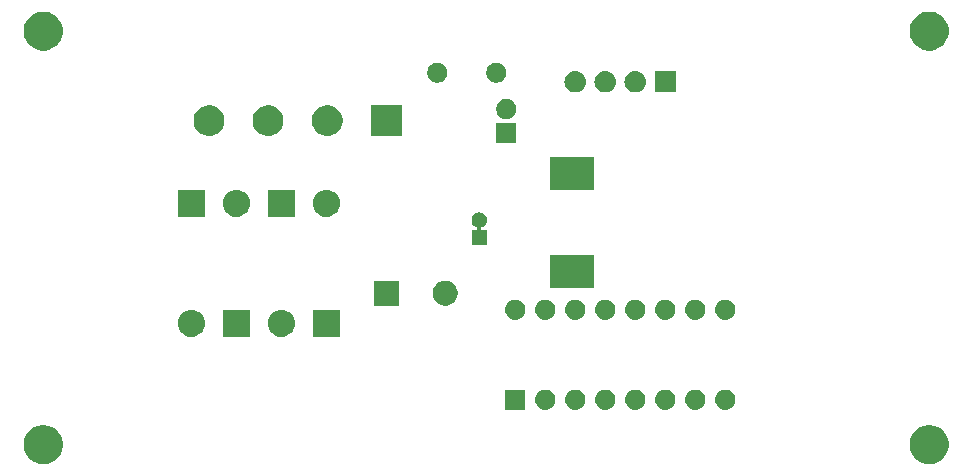
<source format=gbr>
G04 #@! TF.GenerationSoftware,KiCad,Pcbnew,5.1.2*
G04 #@! TF.CreationDate,2019-06-21T23:56:50+01:00*
G04 #@! TF.ProjectId,garage_receiver,67617261-6765-45f7-9265-636569766572,rev?*
G04 #@! TF.SameCoordinates,Original*
G04 #@! TF.FileFunction,Soldermask,Bot*
G04 #@! TF.FilePolarity,Negative*
%FSLAX46Y46*%
G04 Gerber Fmt 4.6, Leading zero omitted, Abs format (unit mm)*
G04 Created by KiCad (PCBNEW 5.1.2) date 2019-06-21 23:56:50*
%MOMM*%
%LPD*%
G04 APERTURE LIST*
%ADD10C,0.100000*%
G04 APERTURE END LIST*
D10*
G36*
X253857256Y-115607298D02*
G01*
X253963579Y-115628447D01*
X254264042Y-115752903D01*
X254534451Y-115933585D01*
X254764415Y-116163549D01*
X254945097Y-116433958D01*
X255069553Y-116734421D01*
X255133000Y-117053391D01*
X255133000Y-117378609D01*
X255069553Y-117697579D01*
X254945097Y-117998042D01*
X254764415Y-118268451D01*
X254534451Y-118498415D01*
X254264042Y-118679097D01*
X253963579Y-118803553D01*
X253857256Y-118824702D01*
X253644611Y-118867000D01*
X253319389Y-118867000D01*
X253106744Y-118824702D01*
X253000421Y-118803553D01*
X252699958Y-118679097D01*
X252429549Y-118498415D01*
X252199585Y-118268451D01*
X252018903Y-117998042D01*
X251894447Y-117697579D01*
X251831000Y-117378609D01*
X251831000Y-117053391D01*
X251894447Y-116734421D01*
X252018903Y-116433958D01*
X252199585Y-116163549D01*
X252429549Y-115933585D01*
X252699958Y-115752903D01*
X253000421Y-115628447D01*
X253106744Y-115607298D01*
X253319389Y-115565000D01*
X253644611Y-115565000D01*
X253857256Y-115607298D01*
X253857256Y-115607298D01*
G37*
G36*
X178857256Y-115607298D02*
G01*
X178963579Y-115628447D01*
X179264042Y-115752903D01*
X179534451Y-115933585D01*
X179764415Y-116163549D01*
X179945097Y-116433958D01*
X180069553Y-116734421D01*
X180133000Y-117053391D01*
X180133000Y-117378609D01*
X180069553Y-117697579D01*
X179945097Y-117998042D01*
X179764415Y-118268451D01*
X179534451Y-118498415D01*
X179264042Y-118679097D01*
X178963579Y-118803553D01*
X178857256Y-118824702D01*
X178644611Y-118867000D01*
X178319389Y-118867000D01*
X178106744Y-118824702D01*
X178000421Y-118803553D01*
X177699958Y-118679097D01*
X177429549Y-118498415D01*
X177199585Y-118268451D01*
X177018903Y-117998042D01*
X176894447Y-117697579D01*
X176831000Y-117378609D01*
X176831000Y-117053391D01*
X176894447Y-116734421D01*
X177018903Y-116433958D01*
X177199585Y-116163549D01*
X177429549Y-115933585D01*
X177699958Y-115752903D01*
X178000421Y-115628447D01*
X178106744Y-115607298D01*
X178319389Y-115565000D01*
X178644611Y-115565000D01*
X178857256Y-115607298D01*
X178857256Y-115607298D01*
G37*
G36*
X233846823Y-112572313D02*
G01*
X234007242Y-112620976D01*
X234139906Y-112691886D01*
X234155078Y-112699996D01*
X234284659Y-112806341D01*
X234391004Y-112935922D01*
X234391005Y-112935924D01*
X234470024Y-113083758D01*
X234518687Y-113244177D01*
X234535117Y-113411000D01*
X234518687Y-113577823D01*
X234470024Y-113738242D01*
X234399114Y-113870906D01*
X234391004Y-113886078D01*
X234284659Y-114015659D01*
X234155078Y-114122004D01*
X234155076Y-114122005D01*
X234007242Y-114201024D01*
X233846823Y-114249687D01*
X233721804Y-114262000D01*
X233638196Y-114262000D01*
X233513177Y-114249687D01*
X233352758Y-114201024D01*
X233204924Y-114122005D01*
X233204922Y-114122004D01*
X233075341Y-114015659D01*
X232968996Y-113886078D01*
X232960886Y-113870906D01*
X232889976Y-113738242D01*
X232841313Y-113577823D01*
X232824883Y-113411000D01*
X232841313Y-113244177D01*
X232889976Y-113083758D01*
X232968995Y-112935924D01*
X232968996Y-112935922D01*
X233075341Y-112806341D01*
X233204922Y-112699996D01*
X233220094Y-112691886D01*
X233352758Y-112620976D01*
X233513177Y-112572313D01*
X233638196Y-112560000D01*
X233721804Y-112560000D01*
X233846823Y-112572313D01*
X233846823Y-112572313D01*
G37*
G36*
X219291000Y-114262000D02*
G01*
X217589000Y-114262000D01*
X217589000Y-112560000D01*
X219291000Y-112560000D01*
X219291000Y-114262000D01*
X219291000Y-114262000D01*
G37*
G36*
X221146823Y-112572313D02*
G01*
X221307242Y-112620976D01*
X221439906Y-112691886D01*
X221455078Y-112699996D01*
X221584659Y-112806341D01*
X221691004Y-112935922D01*
X221691005Y-112935924D01*
X221770024Y-113083758D01*
X221818687Y-113244177D01*
X221835117Y-113411000D01*
X221818687Y-113577823D01*
X221770024Y-113738242D01*
X221699114Y-113870906D01*
X221691004Y-113886078D01*
X221584659Y-114015659D01*
X221455078Y-114122004D01*
X221455076Y-114122005D01*
X221307242Y-114201024D01*
X221146823Y-114249687D01*
X221021804Y-114262000D01*
X220938196Y-114262000D01*
X220813177Y-114249687D01*
X220652758Y-114201024D01*
X220504924Y-114122005D01*
X220504922Y-114122004D01*
X220375341Y-114015659D01*
X220268996Y-113886078D01*
X220260886Y-113870906D01*
X220189976Y-113738242D01*
X220141313Y-113577823D01*
X220124883Y-113411000D01*
X220141313Y-113244177D01*
X220189976Y-113083758D01*
X220268995Y-112935924D01*
X220268996Y-112935922D01*
X220375341Y-112806341D01*
X220504922Y-112699996D01*
X220520094Y-112691886D01*
X220652758Y-112620976D01*
X220813177Y-112572313D01*
X220938196Y-112560000D01*
X221021804Y-112560000D01*
X221146823Y-112572313D01*
X221146823Y-112572313D01*
G37*
G36*
X223686823Y-112572313D02*
G01*
X223847242Y-112620976D01*
X223979906Y-112691886D01*
X223995078Y-112699996D01*
X224124659Y-112806341D01*
X224231004Y-112935922D01*
X224231005Y-112935924D01*
X224310024Y-113083758D01*
X224358687Y-113244177D01*
X224375117Y-113411000D01*
X224358687Y-113577823D01*
X224310024Y-113738242D01*
X224239114Y-113870906D01*
X224231004Y-113886078D01*
X224124659Y-114015659D01*
X223995078Y-114122004D01*
X223995076Y-114122005D01*
X223847242Y-114201024D01*
X223686823Y-114249687D01*
X223561804Y-114262000D01*
X223478196Y-114262000D01*
X223353177Y-114249687D01*
X223192758Y-114201024D01*
X223044924Y-114122005D01*
X223044922Y-114122004D01*
X222915341Y-114015659D01*
X222808996Y-113886078D01*
X222800886Y-113870906D01*
X222729976Y-113738242D01*
X222681313Y-113577823D01*
X222664883Y-113411000D01*
X222681313Y-113244177D01*
X222729976Y-113083758D01*
X222808995Y-112935924D01*
X222808996Y-112935922D01*
X222915341Y-112806341D01*
X223044922Y-112699996D01*
X223060094Y-112691886D01*
X223192758Y-112620976D01*
X223353177Y-112572313D01*
X223478196Y-112560000D01*
X223561804Y-112560000D01*
X223686823Y-112572313D01*
X223686823Y-112572313D01*
G37*
G36*
X226226823Y-112572313D02*
G01*
X226387242Y-112620976D01*
X226519906Y-112691886D01*
X226535078Y-112699996D01*
X226664659Y-112806341D01*
X226771004Y-112935922D01*
X226771005Y-112935924D01*
X226850024Y-113083758D01*
X226898687Y-113244177D01*
X226915117Y-113411000D01*
X226898687Y-113577823D01*
X226850024Y-113738242D01*
X226779114Y-113870906D01*
X226771004Y-113886078D01*
X226664659Y-114015659D01*
X226535078Y-114122004D01*
X226535076Y-114122005D01*
X226387242Y-114201024D01*
X226226823Y-114249687D01*
X226101804Y-114262000D01*
X226018196Y-114262000D01*
X225893177Y-114249687D01*
X225732758Y-114201024D01*
X225584924Y-114122005D01*
X225584922Y-114122004D01*
X225455341Y-114015659D01*
X225348996Y-113886078D01*
X225340886Y-113870906D01*
X225269976Y-113738242D01*
X225221313Y-113577823D01*
X225204883Y-113411000D01*
X225221313Y-113244177D01*
X225269976Y-113083758D01*
X225348995Y-112935924D01*
X225348996Y-112935922D01*
X225455341Y-112806341D01*
X225584922Y-112699996D01*
X225600094Y-112691886D01*
X225732758Y-112620976D01*
X225893177Y-112572313D01*
X226018196Y-112560000D01*
X226101804Y-112560000D01*
X226226823Y-112572313D01*
X226226823Y-112572313D01*
G37*
G36*
X228766823Y-112572313D02*
G01*
X228927242Y-112620976D01*
X229059906Y-112691886D01*
X229075078Y-112699996D01*
X229204659Y-112806341D01*
X229311004Y-112935922D01*
X229311005Y-112935924D01*
X229390024Y-113083758D01*
X229438687Y-113244177D01*
X229455117Y-113411000D01*
X229438687Y-113577823D01*
X229390024Y-113738242D01*
X229319114Y-113870906D01*
X229311004Y-113886078D01*
X229204659Y-114015659D01*
X229075078Y-114122004D01*
X229075076Y-114122005D01*
X228927242Y-114201024D01*
X228766823Y-114249687D01*
X228641804Y-114262000D01*
X228558196Y-114262000D01*
X228433177Y-114249687D01*
X228272758Y-114201024D01*
X228124924Y-114122005D01*
X228124922Y-114122004D01*
X227995341Y-114015659D01*
X227888996Y-113886078D01*
X227880886Y-113870906D01*
X227809976Y-113738242D01*
X227761313Y-113577823D01*
X227744883Y-113411000D01*
X227761313Y-113244177D01*
X227809976Y-113083758D01*
X227888995Y-112935924D01*
X227888996Y-112935922D01*
X227995341Y-112806341D01*
X228124922Y-112699996D01*
X228140094Y-112691886D01*
X228272758Y-112620976D01*
X228433177Y-112572313D01*
X228558196Y-112560000D01*
X228641804Y-112560000D01*
X228766823Y-112572313D01*
X228766823Y-112572313D01*
G37*
G36*
X231306823Y-112572313D02*
G01*
X231467242Y-112620976D01*
X231599906Y-112691886D01*
X231615078Y-112699996D01*
X231744659Y-112806341D01*
X231851004Y-112935922D01*
X231851005Y-112935924D01*
X231930024Y-113083758D01*
X231978687Y-113244177D01*
X231995117Y-113411000D01*
X231978687Y-113577823D01*
X231930024Y-113738242D01*
X231859114Y-113870906D01*
X231851004Y-113886078D01*
X231744659Y-114015659D01*
X231615078Y-114122004D01*
X231615076Y-114122005D01*
X231467242Y-114201024D01*
X231306823Y-114249687D01*
X231181804Y-114262000D01*
X231098196Y-114262000D01*
X230973177Y-114249687D01*
X230812758Y-114201024D01*
X230664924Y-114122005D01*
X230664922Y-114122004D01*
X230535341Y-114015659D01*
X230428996Y-113886078D01*
X230420886Y-113870906D01*
X230349976Y-113738242D01*
X230301313Y-113577823D01*
X230284883Y-113411000D01*
X230301313Y-113244177D01*
X230349976Y-113083758D01*
X230428995Y-112935924D01*
X230428996Y-112935922D01*
X230535341Y-112806341D01*
X230664922Y-112699996D01*
X230680094Y-112691886D01*
X230812758Y-112620976D01*
X230973177Y-112572313D01*
X231098196Y-112560000D01*
X231181804Y-112560000D01*
X231306823Y-112572313D01*
X231306823Y-112572313D01*
G37*
G36*
X236386823Y-112572313D02*
G01*
X236547242Y-112620976D01*
X236679906Y-112691886D01*
X236695078Y-112699996D01*
X236824659Y-112806341D01*
X236931004Y-112935922D01*
X236931005Y-112935924D01*
X237010024Y-113083758D01*
X237058687Y-113244177D01*
X237075117Y-113411000D01*
X237058687Y-113577823D01*
X237010024Y-113738242D01*
X236939114Y-113870906D01*
X236931004Y-113886078D01*
X236824659Y-114015659D01*
X236695078Y-114122004D01*
X236695076Y-114122005D01*
X236547242Y-114201024D01*
X236386823Y-114249687D01*
X236261804Y-114262000D01*
X236178196Y-114262000D01*
X236053177Y-114249687D01*
X235892758Y-114201024D01*
X235744924Y-114122005D01*
X235744922Y-114122004D01*
X235615341Y-114015659D01*
X235508996Y-113886078D01*
X235500886Y-113870906D01*
X235429976Y-113738242D01*
X235381313Y-113577823D01*
X235364883Y-113411000D01*
X235381313Y-113244177D01*
X235429976Y-113083758D01*
X235508995Y-112935924D01*
X235508996Y-112935922D01*
X235615341Y-112806341D01*
X235744922Y-112699996D01*
X235760094Y-112691886D01*
X235892758Y-112620976D01*
X236053177Y-112572313D01*
X236178196Y-112560000D01*
X236261804Y-112560000D01*
X236386823Y-112572313D01*
X236386823Y-112572313D01*
G37*
G36*
X203589000Y-108085000D02*
G01*
X201287000Y-108085000D01*
X201287000Y-105783000D01*
X203589000Y-105783000D01*
X203589000Y-108085000D01*
X203589000Y-108085000D01*
G37*
G36*
X191145769Y-105791000D02*
G01*
X191233635Y-105799654D01*
X191450600Y-105865470D01*
X191450602Y-105865471D01*
X191650555Y-105972347D01*
X191825818Y-106116182D01*
X191969653Y-106291445D01*
X192076529Y-106491398D01*
X192076530Y-106491400D01*
X192118479Y-106629686D01*
X192142346Y-106708366D01*
X192164569Y-106934000D01*
X192142346Y-107159634D01*
X192076529Y-107376602D01*
X191969653Y-107576555D01*
X191825818Y-107751818D01*
X191650555Y-107895653D01*
X191450602Y-108002529D01*
X191450600Y-108002530D01*
X191233635Y-108068346D01*
X191177271Y-108073897D01*
X191064545Y-108085000D01*
X190951455Y-108085000D01*
X190838729Y-108073897D01*
X190782365Y-108068346D01*
X190565400Y-108002530D01*
X190565398Y-108002529D01*
X190365445Y-107895653D01*
X190190182Y-107751818D01*
X190046347Y-107576555D01*
X189939471Y-107376602D01*
X189873654Y-107159634D01*
X189851431Y-106934000D01*
X189873654Y-106708366D01*
X189897521Y-106629686D01*
X189939470Y-106491400D01*
X189939471Y-106491398D01*
X190046347Y-106291445D01*
X190190182Y-106116182D01*
X190365445Y-105972347D01*
X190565398Y-105865471D01*
X190565400Y-105865470D01*
X190782365Y-105799654D01*
X190870231Y-105791000D01*
X190951455Y-105783000D01*
X191064545Y-105783000D01*
X191145769Y-105791000D01*
X191145769Y-105791000D01*
G37*
G36*
X198765769Y-105791000D02*
G01*
X198853635Y-105799654D01*
X199070600Y-105865470D01*
X199070602Y-105865471D01*
X199270555Y-105972347D01*
X199445818Y-106116182D01*
X199589653Y-106291445D01*
X199696529Y-106491398D01*
X199696530Y-106491400D01*
X199738479Y-106629686D01*
X199762346Y-106708366D01*
X199784569Y-106934000D01*
X199762346Y-107159634D01*
X199696529Y-107376602D01*
X199589653Y-107576555D01*
X199445818Y-107751818D01*
X199270555Y-107895653D01*
X199070602Y-108002529D01*
X199070600Y-108002530D01*
X198853635Y-108068346D01*
X198797271Y-108073897D01*
X198684545Y-108085000D01*
X198571455Y-108085000D01*
X198458729Y-108073897D01*
X198402365Y-108068346D01*
X198185400Y-108002530D01*
X198185398Y-108002529D01*
X197985445Y-107895653D01*
X197810182Y-107751818D01*
X197666347Y-107576555D01*
X197559471Y-107376602D01*
X197493654Y-107159634D01*
X197471431Y-106934000D01*
X197493654Y-106708366D01*
X197517521Y-106629686D01*
X197559470Y-106491400D01*
X197559471Y-106491398D01*
X197666347Y-106291445D01*
X197810182Y-106116182D01*
X197985445Y-105972347D01*
X198185398Y-105865471D01*
X198185400Y-105865470D01*
X198402365Y-105799654D01*
X198490231Y-105791000D01*
X198571455Y-105783000D01*
X198684545Y-105783000D01*
X198765769Y-105791000D01*
X198765769Y-105791000D01*
G37*
G36*
X195969000Y-108085000D02*
G01*
X193667000Y-108085000D01*
X193667000Y-105783000D01*
X195969000Y-105783000D01*
X195969000Y-108085000D01*
X195969000Y-108085000D01*
G37*
G36*
X231306823Y-104952313D02*
G01*
X231467242Y-105000976D01*
X231585101Y-105063973D01*
X231615078Y-105079996D01*
X231744659Y-105186341D01*
X231851004Y-105315922D01*
X231856062Y-105325385D01*
X231930024Y-105463758D01*
X231978687Y-105624177D01*
X231995117Y-105791000D01*
X231978687Y-105957823D01*
X231930024Y-106118242D01*
X231859114Y-106250906D01*
X231851004Y-106266078D01*
X231744659Y-106395659D01*
X231615078Y-106502004D01*
X231615076Y-106502005D01*
X231467242Y-106581024D01*
X231306823Y-106629687D01*
X231181804Y-106642000D01*
X231098196Y-106642000D01*
X230973177Y-106629687D01*
X230812758Y-106581024D01*
X230664924Y-106502005D01*
X230664922Y-106502004D01*
X230535341Y-106395659D01*
X230428996Y-106266078D01*
X230420886Y-106250906D01*
X230349976Y-106118242D01*
X230301313Y-105957823D01*
X230284883Y-105791000D01*
X230301313Y-105624177D01*
X230349976Y-105463758D01*
X230423938Y-105325385D01*
X230428996Y-105315922D01*
X230535341Y-105186341D01*
X230664922Y-105079996D01*
X230694899Y-105063973D01*
X230812758Y-105000976D01*
X230973177Y-104952313D01*
X231098196Y-104940000D01*
X231181804Y-104940000D01*
X231306823Y-104952313D01*
X231306823Y-104952313D01*
G37*
G36*
X236386823Y-104952313D02*
G01*
X236547242Y-105000976D01*
X236665101Y-105063973D01*
X236695078Y-105079996D01*
X236824659Y-105186341D01*
X236931004Y-105315922D01*
X236936062Y-105325385D01*
X237010024Y-105463758D01*
X237058687Y-105624177D01*
X237075117Y-105791000D01*
X237058687Y-105957823D01*
X237010024Y-106118242D01*
X236939114Y-106250906D01*
X236931004Y-106266078D01*
X236824659Y-106395659D01*
X236695078Y-106502004D01*
X236695076Y-106502005D01*
X236547242Y-106581024D01*
X236386823Y-106629687D01*
X236261804Y-106642000D01*
X236178196Y-106642000D01*
X236053177Y-106629687D01*
X235892758Y-106581024D01*
X235744924Y-106502005D01*
X235744922Y-106502004D01*
X235615341Y-106395659D01*
X235508996Y-106266078D01*
X235500886Y-106250906D01*
X235429976Y-106118242D01*
X235381313Y-105957823D01*
X235364883Y-105791000D01*
X235381313Y-105624177D01*
X235429976Y-105463758D01*
X235503938Y-105325385D01*
X235508996Y-105315922D01*
X235615341Y-105186341D01*
X235744922Y-105079996D01*
X235774899Y-105063973D01*
X235892758Y-105000976D01*
X236053177Y-104952313D01*
X236178196Y-104940000D01*
X236261804Y-104940000D01*
X236386823Y-104952313D01*
X236386823Y-104952313D01*
G37*
G36*
X221146823Y-104952313D02*
G01*
X221307242Y-105000976D01*
X221425101Y-105063973D01*
X221455078Y-105079996D01*
X221584659Y-105186341D01*
X221691004Y-105315922D01*
X221696062Y-105325385D01*
X221770024Y-105463758D01*
X221818687Y-105624177D01*
X221835117Y-105791000D01*
X221818687Y-105957823D01*
X221770024Y-106118242D01*
X221699114Y-106250906D01*
X221691004Y-106266078D01*
X221584659Y-106395659D01*
X221455078Y-106502004D01*
X221455076Y-106502005D01*
X221307242Y-106581024D01*
X221146823Y-106629687D01*
X221021804Y-106642000D01*
X220938196Y-106642000D01*
X220813177Y-106629687D01*
X220652758Y-106581024D01*
X220504924Y-106502005D01*
X220504922Y-106502004D01*
X220375341Y-106395659D01*
X220268996Y-106266078D01*
X220260886Y-106250906D01*
X220189976Y-106118242D01*
X220141313Y-105957823D01*
X220124883Y-105791000D01*
X220141313Y-105624177D01*
X220189976Y-105463758D01*
X220263938Y-105325385D01*
X220268996Y-105315922D01*
X220375341Y-105186341D01*
X220504922Y-105079996D01*
X220534899Y-105063973D01*
X220652758Y-105000976D01*
X220813177Y-104952313D01*
X220938196Y-104940000D01*
X221021804Y-104940000D01*
X221146823Y-104952313D01*
X221146823Y-104952313D01*
G37*
G36*
X233846823Y-104952313D02*
G01*
X234007242Y-105000976D01*
X234125101Y-105063973D01*
X234155078Y-105079996D01*
X234284659Y-105186341D01*
X234391004Y-105315922D01*
X234396062Y-105325385D01*
X234470024Y-105463758D01*
X234518687Y-105624177D01*
X234535117Y-105791000D01*
X234518687Y-105957823D01*
X234470024Y-106118242D01*
X234399114Y-106250906D01*
X234391004Y-106266078D01*
X234284659Y-106395659D01*
X234155078Y-106502004D01*
X234155076Y-106502005D01*
X234007242Y-106581024D01*
X233846823Y-106629687D01*
X233721804Y-106642000D01*
X233638196Y-106642000D01*
X233513177Y-106629687D01*
X233352758Y-106581024D01*
X233204924Y-106502005D01*
X233204922Y-106502004D01*
X233075341Y-106395659D01*
X232968996Y-106266078D01*
X232960886Y-106250906D01*
X232889976Y-106118242D01*
X232841313Y-105957823D01*
X232824883Y-105791000D01*
X232841313Y-105624177D01*
X232889976Y-105463758D01*
X232963938Y-105325385D01*
X232968996Y-105315922D01*
X233075341Y-105186341D01*
X233204922Y-105079996D01*
X233234899Y-105063973D01*
X233352758Y-105000976D01*
X233513177Y-104952313D01*
X233638196Y-104940000D01*
X233721804Y-104940000D01*
X233846823Y-104952313D01*
X233846823Y-104952313D01*
G37*
G36*
X223686823Y-104952313D02*
G01*
X223847242Y-105000976D01*
X223965101Y-105063973D01*
X223995078Y-105079996D01*
X224124659Y-105186341D01*
X224231004Y-105315922D01*
X224236062Y-105325385D01*
X224310024Y-105463758D01*
X224358687Y-105624177D01*
X224375117Y-105791000D01*
X224358687Y-105957823D01*
X224310024Y-106118242D01*
X224239114Y-106250906D01*
X224231004Y-106266078D01*
X224124659Y-106395659D01*
X223995078Y-106502004D01*
X223995076Y-106502005D01*
X223847242Y-106581024D01*
X223686823Y-106629687D01*
X223561804Y-106642000D01*
X223478196Y-106642000D01*
X223353177Y-106629687D01*
X223192758Y-106581024D01*
X223044924Y-106502005D01*
X223044922Y-106502004D01*
X222915341Y-106395659D01*
X222808996Y-106266078D01*
X222800886Y-106250906D01*
X222729976Y-106118242D01*
X222681313Y-105957823D01*
X222664883Y-105791000D01*
X222681313Y-105624177D01*
X222729976Y-105463758D01*
X222803938Y-105325385D01*
X222808996Y-105315922D01*
X222915341Y-105186341D01*
X223044922Y-105079996D01*
X223074899Y-105063973D01*
X223192758Y-105000976D01*
X223353177Y-104952313D01*
X223478196Y-104940000D01*
X223561804Y-104940000D01*
X223686823Y-104952313D01*
X223686823Y-104952313D01*
G37*
G36*
X226226823Y-104952313D02*
G01*
X226387242Y-105000976D01*
X226505101Y-105063973D01*
X226535078Y-105079996D01*
X226664659Y-105186341D01*
X226771004Y-105315922D01*
X226776062Y-105325385D01*
X226850024Y-105463758D01*
X226898687Y-105624177D01*
X226915117Y-105791000D01*
X226898687Y-105957823D01*
X226850024Y-106118242D01*
X226779114Y-106250906D01*
X226771004Y-106266078D01*
X226664659Y-106395659D01*
X226535078Y-106502004D01*
X226535076Y-106502005D01*
X226387242Y-106581024D01*
X226226823Y-106629687D01*
X226101804Y-106642000D01*
X226018196Y-106642000D01*
X225893177Y-106629687D01*
X225732758Y-106581024D01*
X225584924Y-106502005D01*
X225584922Y-106502004D01*
X225455341Y-106395659D01*
X225348996Y-106266078D01*
X225340886Y-106250906D01*
X225269976Y-106118242D01*
X225221313Y-105957823D01*
X225204883Y-105791000D01*
X225221313Y-105624177D01*
X225269976Y-105463758D01*
X225343938Y-105325385D01*
X225348996Y-105315922D01*
X225455341Y-105186341D01*
X225584922Y-105079996D01*
X225614899Y-105063973D01*
X225732758Y-105000976D01*
X225893177Y-104952313D01*
X226018196Y-104940000D01*
X226101804Y-104940000D01*
X226226823Y-104952313D01*
X226226823Y-104952313D01*
G37*
G36*
X228766823Y-104952313D02*
G01*
X228927242Y-105000976D01*
X229045101Y-105063973D01*
X229075078Y-105079996D01*
X229204659Y-105186341D01*
X229311004Y-105315922D01*
X229316062Y-105325385D01*
X229390024Y-105463758D01*
X229438687Y-105624177D01*
X229455117Y-105791000D01*
X229438687Y-105957823D01*
X229390024Y-106118242D01*
X229319114Y-106250906D01*
X229311004Y-106266078D01*
X229204659Y-106395659D01*
X229075078Y-106502004D01*
X229075076Y-106502005D01*
X228927242Y-106581024D01*
X228766823Y-106629687D01*
X228641804Y-106642000D01*
X228558196Y-106642000D01*
X228433177Y-106629687D01*
X228272758Y-106581024D01*
X228124924Y-106502005D01*
X228124922Y-106502004D01*
X227995341Y-106395659D01*
X227888996Y-106266078D01*
X227880886Y-106250906D01*
X227809976Y-106118242D01*
X227761313Y-105957823D01*
X227744883Y-105791000D01*
X227761313Y-105624177D01*
X227809976Y-105463758D01*
X227883938Y-105325385D01*
X227888996Y-105315922D01*
X227995341Y-105186341D01*
X228124922Y-105079996D01*
X228154899Y-105063973D01*
X228272758Y-105000976D01*
X228433177Y-104952313D01*
X228558196Y-104940000D01*
X228641804Y-104940000D01*
X228766823Y-104952313D01*
X228766823Y-104952313D01*
G37*
G36*
X218606823Y-104952313D02*
G01*
X218767242Y-105000976D01*
X218885101Y-105063973D01*
X218915078Y-105079996D01*
X219044659Y-105186341D01*
X219151004Y-105315922D01*
X219156062Y-105325385D01*
X219230024Y-105463758D01*
X219278687Y-105624177D01*
X219295117Y-105791000D01*
X219278687Y-105957823D01*
X219230024Y-106118242D01*
X219159114Y-106250906D01*
X219151004Y-106266078D01*
X219044659Y-106395659D01*
X218915078Y-106502004D01*
X218915076Y-106502005D01*
X218767242Y-106581024D01*
X218606823Y-106629687D01*
X218481804Y-106642000D01*
X218398196Y-106642000D01*
X218273177Y-106629687D01*
X218112758Y-106581024D01*
X217964924Y-106502005D01*
X217964922Y-106502004D01*
X217835341Y-106395659D01*
X217728996Y-106266078D01*
X217720886Y-106250906D01*
X217649976Y-106118242D01*
X217601313Y-105957823D01*
X217584883Y-105791000D01*
X217601313Y-105624177D01*
X217649976Y-105463758D01*
X217723938Y-105325385D01*
X217728996Y-105315922D01*
X217835341Y-105186341D01*
X217964922Y-105079996D01*
X217994899Y-105063973D01*
X218112758Y-105000976D01*
X218273177Y-104952313D01*
X218398196Y-104940000D01*
X218481804Y-104940000D01*
X218606823Y-104952313D01*
X218606823Y-104952313D01*
G37*
G36*
X212824564Y-103383389D02*
G01*
X213015833Y-103462615D01*
X213015835Y-103462616D01*
X213187973Y-103577635D01*
X213334365Y-103724027D01*
X213449385Y-103896167D01*
X213528611Y-104087436D01*
X213569000Y-104290484D01*
X213569000Y-104497516D01*
X213528611Y-104700564D01*
X213449385Y-104891833D01*
X213449384Y-104891835D01*
X213334365Y-105063973D01*
X213187973Y-105210365D01*
X213015835Y-105325384D01*
X213015834Y-105325385D01*
X213015833Y-105325385D01*
X212824564Y-105404611D01*
X212621516Y-105445000D01*
X212414484Y-105445000D01*
X212211436Y-105404611D01*
X212020167Y-105325385D01*
X212020166Y-105325385D01*
X212020165Y-105325384D01*
X211848027Y-105210365D01*
X211701635Y-105063973D01*
X211586616Y-104891835D01*
X211586615Y-104891833D01*
X211507389Y-104700564D01*
X211467000Y-104497516D01*
X211467000Y-104290484D01*
X211507389Y-104087436D01*
X211586615Y-103896167D01*
X211701635Y-103724027D01*
X211848027Y-103577635D01*
X212020165Y-103462616D01*
X212020167Y-103462615D01*
X212211436Y-103383389D01*
X212414484Y-103343000D01*
X212621516Y-103343000D01*
X212824564Y-103383389D01*
X212824564Y-103383389D01*
G37*
G36*
X208569000Y-105445000D02*
G01*
X206467000Y-105445000D01*
X206467000Y-103343000D01*
X208569000Y-103343000D01*
X208569000Y-105445000D01*
X208569000Y-105445000D01*
G37*
G36*
X225117000Y-103976000D02*
G01*
X221415000Y-103976000D01*
X221415000Y-101174000D01*
X225117000Y-101174000D01*
X225117000Y-103976000D01*
X225117000Y-103976000D01*
G37*
G36*
X215581890Y-97569017D02*
G01*
X215700364Y-97618091D01*
X215806988Y-97689335D01*
X215897665Y-97780012D01*
X215968909Y-97886636D01*
X216017983Y-98005110D01*
X216043000Y-98130882D01*
X216043000Y-98259118D01*
X216017983Y-98384890D01*
X215968909Y-98503364D01*
X215897665Y-98609988D01*
X215806988Y-98700665D01*
X215700364Y-98771909D01*
X215700363Y-98771910D01*
X215700362Y-98771910D01*
X215624056Y-98803517D01*
X215602445Y-98815068D01*
X215583503Y-98830613D01*
X215567958Y-98849555D01*
X215556407Y-98871166D01*
X215549294Y-98894615D01*
X215546892Y-98919001D01*
X215549294Y-98943387D01*
X215556407Y-98966836D01*
X215567958Y-98988447D01*
X215583503Y-99007389D01*
X215602445Y-99022934D01*
X215624056Y-99034485D01*
X215647505Y-99041598D01*
X215671891Y-99044000D01*
X216043000Y-99044000D01*
X216043000Y-100346000D01*
X214741000Y-100346000D01*
X214741000Y-99044000D01*
X215112109Y-99044000D01*
X215136495Y-99041598D01*
X215159944Y-99034485D01*
X215181555Y-99022934D01*
X215200497Y-99007389D01*
X215216042Y-98988447D01*
X215227593Y-98966836D01*
X215234706Y-98943387D01*
X215237108Y-98919001D01*
X215234706Y-98894615D01*
X215227593Y-98871166D01*
X215216042Y-98849555D01*
X215200497Y-98830613D01*
X215181555Y-98815068D01*
X215159944Y-98803517D01*
X215083638Y-98771910D01*
X215083637Y-98771910D01*
X215083636Y-98771909D01*
X214977012Y-98700665D01*
X214886335Y-98609988D01*
X214815091Y-98503364D01*
X214766017Y-98384890D01*
X214741000Y-98259118D01*
X214741000Y-98130882D01*
X214766017Y-98005110D01*
X214815091Y-97886636D01*
X214886335Y-97780012D01*
X214977012Y-97689335D01*
X215083636Y-97618091D01*
X215202110Y-97569017D01*
X215327881Y-97544000D01*
X215456119Y-97544000D01*
X215581890Y-97569017D01*
X215581890Y-97569017D01*
G37*
G36*
X202607271Y-95634103D02*
G01*
X202663635Y-95639654D01*
X202880600Y-95705470D01*
X202880602Y-95705471D01*
X203080555Y-95812347D01*
X203255818Y-95956182D01*
X203399653Y-96131445D01*
X203506529Y-96331398D01*
X203572346Y-96548366D01*
X203594569Y-96774000D01*
X203572346Y-96999634D01*
X203506529Y-97216602D01*
X203399653Y-97416555D01*
X203255818Y-97591818D01*
X203080555Y-97735653D01*
X202880602Y-97842529D01*
X202880600Y-97842530D01*
X202663635Y-97908346D01*
X202607271Y-97913897D01*
X202494545Y-97925000D01*
X202381455Y-97925000D01*
X202268729Y-97913897D01*
X202212365Y-97908346D01*
X201995400Y-97842530D01*
X201995398Y-97842529D01*
X201795445Y-97735653D01*
X201620182Y-97591818D01*
X201476347Y-97416555D01*
X201369471Y-97216602D01*
X201303654Y-96999634D01*
X201281431Y-96774000D01*
X201303654Y-96548366D01*
X201369471Y-96331398D01*
X201476347Y-96131445D01*
X201620182Y-95956182D01*
X201795445Y-95812347D01*
X201995398Y-95705471D01*
X201995400Y-95705470D01*
X202212365Y-95639654D01*
X202268729Y-95634103D01*
X202381455Y-95623000D01*
X202494545Y-95623000D01*
X202607271Y-95634103D01*
X202607271Y-95634103D01*
G37*
G36*
X192159000Y-97925000D02*
G01*
X189857000Y-97925000D01*
X189857000Y-95623000D01*
X192159000Y-95623000D01*
X192159000Y-97925000D01*
X192159000Y-97925000D01*
G37*
G36*
X199779000Y-97925000D02*
G01*
X197477000Y-97925000D01*
X197477000Y-95623000D01*
X199779000Y-95623000D01*
X199779000Y-97925000D01*
X199779000Y-97925000D01*
G37*
G36*
X194987271Y-95634103D02*
G01*
X195043635Y-95639654D01*
X195260600Y-95705470D01*
X195260602Y-95705471D01*
X195460555Y-95812347D01*
X195635818Y-95956182D01*
X195779653Y-96131445D01*
X195886529Y-96331398D01*
X195952346Y-96548366D01*
X195974569Y-96774000D01*
X195952346Y-96999634D01*
X195886529Y-97216602D01*
X195779653Y-97416555D01*
X195635818Y-97591818D01*
X195460555Y-97735653D01*
X195260602Y-97842529D01*
X195260600Y-97842530D01*
X195043635Y-97908346D01*
X194987271Y-97913897D01*
X194874545Y-97925000D01*
X194761455Y-97925000D01*
X194648729Y-97913897D01*
X194592365Y-97908346D01*
X194375400Y-97842530D01*
X194375398Y-97842529D01*
X194175445Y-97735653D01*
X194000182Y-97591818D01*
X193856347Y-97416555D01*
X193749471Y-97216602D01*
X193683654Y-96999634D01*
X193661431Y-96774000D01*
X193683654Y-96548366D01*
X193749471Y-96331398D01*
X193856347Y-96131445D01*
X194000182Y-95956182D01*
X194175445Y-95812347D01*
X194375398Y-95705471D01*
X194375400Y-95705470D01*
X194592365Y-95639654D01*
X194648729Y-95634103D01*
X194761455Y-95623000D01*
X194874545Y-95623000D01*
X194987271Y-95634103D01*
X194987271Y-95634103D01*
G37*
G36*
X225117000Y-95676000D02*
G01*
X221415000Y-95676000D01*
X221415000Y-92874000D01*
X225117000Y-92874000D01*
X225117000Y-95676000D01*
X225117000Y-95676000D01*
G37*
G36*
X218529000Y-91656000D02*
G01*
X216827000Y-91656000D01*
X216827000Y-89954000D01*
X218529000Y-89954000D01*
X218529000Y-91656000D01*
X218529000Y-91656000D01*
G37*
G36*
X202897487Y-88537996D02*
G01*
X203134253Y-88636068D01*
X203134255Y-88636069D01*
X203261639Y-88721184D01*
X203347339Y-88778447D01*
X203528553Y-88959661D01*
X203670932Y-89172747D01*
X203769004Y-89409513D01*
X203819000Y-89660861D01*
X203819000Y-89917139D01*
X203769004Y-90168487D01*
X203670932Y-90405253D01*
X203670931Y-90405255D01*
X203528553Y-90618339D01*
X203347339Y-90799553D01*
X203134255Y-90941931D01*
X203134254Y-90941932D01*
X203134253Y-90941932D01*
X202897487Y-91040004D01*
X202646139Y-91090000D01*
X202389861Y-91090000D01*
X202138513Y-91040004D01*
X201901747Y-90941932D01*
X201901746Y-90941932D01*
X201901745Y-90941931D01*
X201688661Y-90799553D01*
X201507447Y-90618339D01*
X201365069Y-90405255D01*
X201365068Y-90405253D01*
X201266996Y-90168487D01*
X201217000Y-89917139D01*
X201217000Y-89660861D01*
X201266996Y-89409513D01*
X201365068Y-89172747D01*
X201507447Y-88959661D01*
X201688661Y-88778447D01*
X201774361Y-88721184D01*
X201901745Y-88636069D01*
X201901747Y-88636068D01*
X202138513Y-88537996D01*
X202389861Y-88488000D01*
X202646139Y-88488000D01*
X202897487Y-88537996D01*
X202897487Y-88537996D01*
G37*
G36*
X208819000Y-91090000D02*
G01*
X206217000Y-91090000D01*
X206217000Y-88488000D01*
X208819000Y-88488000D01*
X208819000Y-91090000D01*
X208819000Y-91090000D01*
G37*
G36*
X197897487Y-88537996D02*
G01*
X198134253Y-88636068D01*
X198134255Y-88636069D01*
X198261639Y-88721184D01*
X198347339Y-88778447D01*
X198528553Y-88959661D01*
X198670932Y-89172747D01*
X198769004Y-89409513D01*
X198819000Y-89660861D01*
X198819000Y-89917139D01*
X198769004Y-90168487D01*
X198670932Y-90405253D01*
X198670931Y-90405255D01*
X198528553Y-90618339D01*
X198347339Y-90799553D01*
X198134255Y-90941931D01*
X198134254Y-90941932D01*
X198134253Y-90941932D01*
X197897487Y-91040004D01*
X197646139Y-91090000D01*
X197389861Y-91090000D01*
X197138513Y-91040004D01*
X196901747Y-90941932D01*
X196901746Y-90941932D01*
X196901745Y-90941931D01*
X196688661Y-90799553D01*
X196507447Y-90618339D01*
X196365069Y-90405255D01*
X196365068Y-90405253D01*
X196266996Y-90168487D01*
X196217000Y-89917139D01*
X196217000Y-89660861D01*
X196266996Y-89409513D01*
X196365068Y-89172747D01*
X196507447Y-88959661D01*
X196688661Y-88778447D01*
X196774361Y-88721184D01*
X196901745Y-88636069D01*
X196901747Y-88636068D01*
X197138513Y-88537996D01*
X197389861Y-88488000D01*
X197646139Y-88488000D01*
X197897487Y-88537996D01*
X197897487Y-88537996D01*
G37*
G36*
X192897487Y-88537996D02*
G01*
X193134253Y-88636068D01*
X193134255Y-88636069D01*
X193261639Y-88721184D01*
X193347339Y-88778447D01*
X193528553Y-88959661D01*
X193670932Y-89172747D01*
X193769004Y-89409513D01*
X193819000Y-89660861D01*
X193819000Y-89917139D01*
X193769004Y-90168487D01*
X193670932Y-90405253D01*
X193670931Y-90405255D01*
X193528553Y-90618339D01*
X193347339Y-90799553D01*
X193134255Y-90941931D01*
X193134254Y-90941932D01*
X193134253Y-90941932D01*
X192897487Y-91040004D01*
X192646139Y-91090000D01*
X192389861Y-91090000D01*
X192138513Y-91040004D01*
X191901747Y-90941932D01*
X191901746Y-90941932D01*
X191901745Y-90941931D01*
X191688661Y-90799553D01*
X191507447Y-90618339D01*
X191365069Y-90405255D01*
X191365068Y-90405253D01*
X191266996Y-90168487D01*
X191217000Y-89917139D01*
X191217000Y-89660861D01*
X191266996Y-89409513D01*
X191365068Y-89172747D01*
X191507447Y-88959661D01*
X191688661Y-88778447D01*
X191774361Y-88721184D01*
X191901745Y-88636069D01*
X191901747Y-88636068D01*
X192138513Y-88537996D01*
X192389861Y-88488000D01*
X192646139Y-88488000D01*
X192897487Y-88537996D01*
X192897487Y-88537996D01*
G37*
G36*
X217926228Y-87986703D02*
G01*
X218081100Y-88050853D01*
X218220481Y-88143985D01*
X218339015Y-88262519D01*
X218432147Y-88401900D01*
X218496297Y-88556772D01*
X218529000Y-88721184D01*
X218529000Y-88888816D01*
X218496297Y-89053228D01*
X218432147Y-89208100D01*
X218339015Y-89347481D01*
X218220481Y-89466015D01*
X218081100Y-89559147D01*
X217926228Y-89623297D01*
X217761816Y-89656000D01*
X217594184Y-89656000D01*
X217429772Y-89623297D01*
X217274900Y-89559147D01*
X217135519Y-89466015D01*
X217016985Y-89347481D01*
X216923853Y-89208100D01*
X216859703Y-89053228D01*
X216827000Y-88888816D01*
X216827000Y-88721184D01*
X216859703Y-88556772D01*
X216923853Y-88401900D01*
X217016985Y-88262519D01*
X217135519Y-88143985D01*
X217274900Y-88050853D01*
X217429772Y-87986703D01*
X217594184Y-87954000D01*
X217761816Y-87954000D01*
X217926228Y-87986703D01*
X217926228Y-87986703D01*
G37*
G36*
X228710442Y-85592518D02*
G01*
X228776627Y-85599037D01*
X228946466Y-85650557D01*
X229102991Y-85734222D01*
X229138729Y-85763552D01*
X229240186Y-85846814D01*
X229323448Y-85948271D01*
X229352778Y-85984009D01*
X229436443Y-86140534D01*
X229487963Y-86310373D01*
X229505359Y-86487000D01*
X229487963Y-86663627D01*
X229436443Y-86833466D01*
X229352778Y-86989991D01*
X229323448Y-87025729D01*
X229240186Y-87127186D01*
X229138729Y-87210448D01*
X229102991Y-87239778D01*
X228946466Y-87323443D01*
X228776627Y-87374963D01*
X228710442Y-87381482D01*
X228644260Y-87388000D01*
X228555740Y-87388000D01*
X228489558Y-87381482D01*
X228423373Y-87374963D01*
X228253534Y-87323443D01*
X228097009Y-87239778D01*
X228061271Y-87210448D01*
X227959814Y-87127186D01*
X227876552Y-87025729D01*
X227847222Y-86989991D01*
X227763557Y-86833466D01*
X227712037Y-86663627D01*
X227694641Y-86487000D01*
X227712037Y-86310373D01*
X227763557Y-86140534D01*
X227847222Y-85984009D01*
X227876552Y-85948271D01*
X227959814Y-85846814D01*
X228061271Y-85763552D01*
X228097009Y-85734222D01*
X228253534Y-85650557D01*
X228423373Y-85599037D01*
X228489558Y-85592518D01*
X228555740Y-85586000D01*
X228644260Y-85586000D01*
X228710442Y-85592518D01*
X228710442Y-85592518D01*
G37*
G36*
X232041000Y-87388000D02*
G01*
X230239000Y-87388000D01*
X230239000Y-85586000D01*
X232041000Y-85586000D01*
X232041000Y-87388000D01*
X232041000Y-87388000D01*
G37*
G36*
X223630442Y-85592518D02*
G01*
X223696627Y-85599037D01*
X223866466Y-85650557D01*
X224022991Y-85734222D01*
X224058729Y-85763552D01*
X224160186Y-85846814D01*
X224243448Y-85948271D01*
X224272778Y-85984009D01*
X224356443Y-86140534D01*
X224407963Y-86310373D01*
X224425359Y-86487000D01*
X224407963Y-86663627D01*
X224356443Y-86833466D01*
X224272778Y-86989991D01*
X224243448Y-87025729D01*
X224160186Y-87127186D01*
X224058729Y-87210448D01*
X224022991Y-87239778D01*
X223866466Y-87323443D01*
X223696627Y-87374963D01*
X223630442Y-87381482D01*
X223564260Y-87388000D01*
X223475740Y-87388000D01*
X223409558Y-87381482D01*
X223343373Y-87374963D01*
X223173534Y-87323443D01*
X223017009Y-87239778D01*
X222981271Y-87210448D01*
X222879814Y-87127186D01*
X222796552Y-87025729D01*
X222767222Y-86989991D01*
X222683557Y-86833466D01*
X222632037Y-86663627D01*
X222614641Y-86487000D01*
X222632037Y-86310373D01*
X222683557Y-86140534D01*
X222767222Y-85984009D01*
X222796552Y-85948271D01*
X222879814Y-85846814D01*
X222981271Y-85763552D01*
X223017009Y-85734222D01*
X223173534Y-85650557D01*
X223343373Y-85599037D01*
X223409558Y-85592518D01*
X223475740Y-85586000D01*
X223564260Y-85586000D01*
X223630442Y-85592518D01*
X223630442Y-85592518D01*
G37*
G36*
X226170442Y-85592518D02*
G01*
X226236627Y-85599037D01*
X226406466Y-85650557D01*
X226562991Y-85734222D01*
X226598729Y-85763552D01*
X226700186Y-85846814D01*
X226783448Y-85948271D01*
X226812778Y-85984009D01*
X226896443Y-86140534D01*
X226947963Y-86310373D01*
X226965359Y-86487000D01*
X226947963Y-86663627D01*
X226896443Y-86833466D01*
X226812778Y-86989991D01*
X226783448Y-87025729D01*
X226700186Y-87127186D01*
X226598729Y-87210448D01*
X226562991Y-87239778D01*
X226406466Y-87323443D01*
X226236627Y-87374963D01*
X226170442Y-87381482D01*
X226104260Y-87388000D01*
X226015740Y-87388000D01*
X225949558Y-87381482D01*
X225883373Y-87374963D01*
X225713534Y-87323443D01*
X225557009Y-87239778D01*
X225521271Y-87210448D01*
X225419814Y-87127186D01*
X225336552Y-87025729D01*
X225307222Y-86989991D01*
X225223557Y-86833466D01*
X225172037Y-86663627D01*
X225154641Y-86487000D01*
X225172037Y-86310373D01*
X225223557Y-86140534D01*
X225307222Y-85984009D01*
X225336552Y-85948271D01*
X225419814Y-85846814D01*
X225521271Y-85763552D01*
X225557009Y-85734222D01*
X225713534Y-85650557D01*
X225883373Y-85599037D01*
X225949558Y-85592518D01*
X226015740Y-85586000D01*
X226104260Y-85586000D01*
X226170442Y-85592518D01*
X226170442Y-85592518D01*
G37*
G36*
X217084228Y-84906703D02*
G01*
X217239100Y-84970853D01*
X217378481Y-85063985D01*
X217497015Y-85182519D01*
X217590147Y-85321900D01*
X217654297Y-85476772D01*
X217687000Y-85641184D01*
X217687000Y-85808816D01*
X217654297Y-85973228D01*
X217590147Y-86128100D01*
X217497015Y-86267481D01*
X217378481Y-86386015D01*
X217239100Y-86479147D01*
X217084228Y-86543297D01*
X216919816Y-86576000D01*
X216752184Y-86576000D01*
X216587772Y-86543297D01*
X216432900Y-86479147D01*
X216293519Y-86386015D01*
X216174985Y-86267481D01*
X216081853Y-86128100D01*
X216017703Y-85973228D01*
X215985000Y-85808816D01*
X215985000Y-85641184D01*
X216017703Y-85476772D01*
X216081853Y-85321900D01*
X216174985Y-85182519D01*
X216293519Y-85063985D01*
X216432900Y-84970853D01*
X216587772Y-84906703D01*
X216752184Y-84874000D01*
X216919816Y-84874000D01*
X217084228Y-84906703D01*
X217084228Y-84906703D01*
G37*
G36*
X212084228Y-84906703D02*
G01*
X212239100Y-84970853D01*
X212378481Y-85063985D01*
X212497015Y-85182519D01*
X212590147Y-85321900D01*
X212654297Y-85476772D01*
X212687000Y-85641184D01*
X212687000Y-85808816D01*
X212654297Y-85973228D01*
X212590147Y-86128100D01*
X212497015Y-86267481D01*
X212378481Y-86386015D01*
X212239100Y-86479147D01*
X212084228Y-86543297D01*
X211919816Y-86576000D01*
X211752184Y-86576000D01*
X211587772Y-86543297D01*
X211432900Y-86479147D01*
X211293519Y-86386015D01*
X211174985Y-86267481D01*
X211081853Y-86128100D01*
X211017703Y-85973228D01*
X210985000Y-85808816D01*
X210985000Y-85641184D01*
X211017703Y-85476772D01*
X211081853Y-85321900D01*
X211174985Y-85182519D01*
X211293519Y-85063985D01*
X211432900Y-84970853D01*
X211587772Y-84906703D01*
X211752184Y-84874000D01*
X211919816Y-84874000D01*
X212084228Y-84906703D01*
X212084228Y-84906703D01*
G37*
G36*
X253857256Y-80607298D02*
G01*
X253963579Y-80628447D01*
X254264042Y-80752903D01*
X254534451Y-80933585D01*
X254764415Y-81163549D01*
X254945097Y-81433958D01*
X255069553Y-81734421D01*
X255133000Y-82053391D01*
X255133000Y-82378609D01*
X255069553Y-82697579D01*
X254945097Y-82998042D01*
X254764415Y-83268451D01*
X254534451Y-83498415D01*
X254264042Y-83679097D01*
X253963579Y-83803553D01*
X253857256Y-83824702D01*
X253644611Y-83867000D01*
X253319389Y-83867000D01*
X253106744Y-83824702D01*
X253000421Y-83803553D01*
X252699958Y-83679097D01*
X252429549Y-83498415D01*
X252199585Y-83268451D01*
X252018903Y-82998042D01*
X251894447Y-82697579D01*
X251831000Y-82378609D01*
X251831000Y-82053391D01*
X251894447Y-81734421D01*
X252018903Y-81433958D01*
X252199585Y-81163549D01*
X252429549Y-80933585D01*
X252699958Y-80752903D01*
X253000421Y-80628447D01*
X253106744Y-80607298D01*
X253319389Y-80565000D01*
X253644611Y-80565000D01*
X253857256Y-80607298D01*
X253857256Y-80607298D01*
G37*
G36*
X178857256Y-80607298D02*
G01*
X178963579Y-80628447D01*
X179264042Y-80752903D01*
X179534451Y-80933585D01*
X179764415Y-81163549D01*
X179945097Y-81433958D01*
X180069553Y-81734421D01*
X180133000Y-82053391D01*
X180133000Y-82378609D01*
X180069553Y-82697579D01*
X179945097Y-82998042D01*
X179764415Y-83268451D01*
X179534451Y-83498415D01*
X179264042Y-83679097D01*
X178963579Y-83803553D01*
X178857256Y-83824702D01*
X178644611Y-83867000D01*
X178319389Y-83867000D01*
X178106744Y-83824702D01*
X178000421Y-83803553D01*
X177699958Y-83679097D01*
X177429549Y-83498415D01*
X177199585Y-83268451D01*
X177018903Y-82998042D01*
X176894447Y-82697579D01*
X176831000Y-82378609D01*
X176831000Y-82053391D01*
X176894447Y-81734421D01*
X177018903Y-81433958D01*
X177199585Y-81163549D01*
X177429549Y-80933585D01*
X177699958Y-80752903D01*
X178000421Y-80628447D01*
X178106744Y-80607298D01*
X178319389Y-80565000D01*
X178644611Y-80565000D01*
X178857256Y-80607298D01*
X178857256Y-80607298D01*
G37*
M02*

</source>
